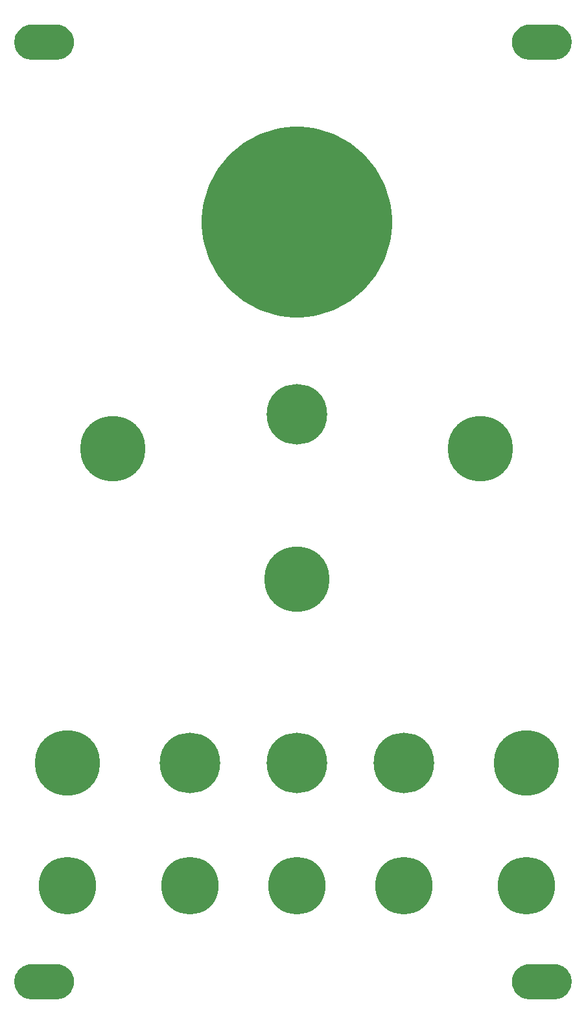
<source format=gbs>
G04 #@! TF.GenerationSoftware,KiCad,Pcbnew,(5.0.0)*
G04 #@! TF.CreationDate,2018-11-17T16:39:48+01:00*
G04 #@! TF.ProjectId,Corona_panel_16hp,436F726F6E615F70616E656C5F313668,1*
G04 #@! TF.SameCoordinates,Original*
G04 #@! TF.FileFunction,Soldermask,Bot*
G04 #@! TF.FilePolarity,Negative*
%FSLAX46Y46*%
G04 Gerber Fmt 4.6, Leading zero omitted, Abs format (unit mm)*
G04 Created by KiCad (PCBNEW (5.0.0)) date 11/17/18 16:39:48*
%MOMM*%
%LPD*%
G01*
G04 APERTURE LIST*
%ADD10C,0.100000*%
%ADD11C,4.600000*%
%ADD12C,7.900000*%
%ADD13C,8.500000*%
%ADD14C,7.500000*%
%ADD15C,24.900000*%
G04 APERTURE END LIST*
D10*
G04 #@! TO.C,MH1*
G36*
X73825439Y-123211074D02*
X74048708Y-123244193D01*
X74267655Y-123299036D01*
X74480172Y-123375076D01*
X74684212Y-123471580D01*
X74877812Y-123587619D01*
X75059105Y-123722075D01*
X75226346Y-123873653D01*
X75377924Y-124040894D01*
X75512380Y-124222187D01*
X75628419Y-124415787D01*
X75724923Y-124619827D01*
X75800963Y-124832344D01*
X75855806Y-125051291D01*
X75888925Y-125274560D01*
X75900000Y-125499999D01*
X75900000Y-125500001D01*
X75888925Y-125725440D01*
X75855806Y-125948709D01*
X75800963Y-126167656D01*
X75724923Y-126380173D01*
X75628419Y-126584213D01*
X75512380Y-126777813D01*
X75377924Y-126959106D01*
X75226346Y-127126347D01*
X75059105Y-127277925D01*
X74877812Y-127412381D01*
X74684212Y-127528420D01*
X74480172Y-127624924D01*
X74267655Y-127700964D01*
X74048708Y-127755807D01*
X73825439Y-127788926D01*
X73600000Y-127800001D01*
X70400000Y-127800001D01*
X70174561Y-127788926D01*
X69951292Y-127755807D01*
X69732345Y-127700964D01*
X69519828Y-127624924D01*
X69315788Y-127528420D01*
X69122188Y-127412381D01*
X68940895Y-127277925D01*
X68773654Y-127126347D01*
X68622076Y-126959106D01*
X68487620Y-126777813D01*
X68371581Y-126584213D01*
X68275077Y-126380173D01*
X68199037Y-126167656D01*
X68144194Y-125948709D01*
X68111075Y-125725440D01*
X68100000Y-125500001D01*
X68100000Y-125499999D01*
X68111075Y-125274560D01*
X68144194Y-125051291D01*
X68199037Y-124832344D01*
X68275077Y-124619827D01*
X68371581Y-124415787D01*
X68487620Y-124222187D01*
X68622076Y-124040894D01*
X68773654Y-123873653D01*
X68940895Y-123722075D01*
X69122188Y-123587619D01*
X69315788Y-123471580D01*
X69519828Y-123375076D01*
X69732345Y-123299036D01*
X69951292Y-123244193D01*
X70174561Y-123211074D01*
X70400000Y-123199999D01*
X73600000Y-123199999D01*
X73825439Y-123211074D01*
X73825439Y-123211074D01*
G37*
D11*
X72000000Y-125500000D03*
G04 #@! TD*
D10*
G04 #@! TO.C,MH1*
G36*
X8825439Y-123211074D02*
X9048708Y-123244193D01*
X9267655Y-123299036D01*
X9480172Y-123375076D01*
X9684212Y-123471580D01*
X9877812Y-123587619D01*
X10059105Y-123722075D01*
X10226346Y-123873653D01*
X10377924Y-124040894D01*
X10512380Y-124222187D01*
X10628419Y-124415787D01*
X10724923Y-124619827D01*
X10800963Y-124832344D01*
X10855806Y-125051291D01*
X10888925Y-125274560D01*
X10900000Y-125499999D01*
X10900000Y-125500001D01*
X10888925Y-125725440D01*
X10855806Y-125948709D01*
X10800963Y-126167656D01*
X10724923Y-126380173D01*
X10628419Y-126584213D01*
X10512380Y-126777813D01*
X10377924Y-126959106D01*
X10226346Y-127126347D01*
X10059105Y-127277925D01*
X9877812Y-127412381D01*
X9684212Y-127528420D01*
X9480172Y-127624924D01*
X9267655Y-127700964D01*
X9048708Y-127755807D01*
X8825439Y-127788926D01*
X8600000Y-127800001D01*
X5400000Y-127800001D01*
X5174561Y-127788926D01*
X4951292Y-127755807D01*
X4732345Y-127700964D01*
X4519828Y-127624924D01*
X4315788Y-127528420D01*
X4122188Y-127412381D01*
X3940895Y-127277925D01*
X3773654Y-127126347D01*
X3622076Y-126959106D01*
X3487620Y-126777813D01*
X3371581Y-126584213D01*
X3275077Y-126380173D01*
X3199037Y-126167656D01*
X3144194Y-125948709D01*
X3111075Y-125725440D01*
X3100000Y-125500001D01*
X3100000Y-125499999D01*
X3111075Y-125274560D01*
X3144194Y-125051291D01*
X3199037Y-124832344D01*
X3275077Y-124619827D01*
X3371581Y-124415787D01*
X3487620Y-124222187D01*
X3622076Y-124040894D01*
X3773654Y-123873653D01*
X3940895Y-123722075D01*
X4122188Y-123587619D01*
X4315788Y-123471580D01*
X4519828Y-123375076D01*
X4732345Y-123299036D01*
X4951292Y-123244193D01*
X5174561Y-123211074D01*
X5400000Y-123199999D01*
X8600000Y-123199999D01*
X8825439Y-123211074D01*
X8825439Y-123211074D01*
G37*
D11*
X7000000Y-125500000D03*
G04 #@! TD*
D12*
G04 #@! TO.C,MH5*
X54000000Y-97000000D03*
G04 #@! TD*
G04 #@! TO.C,MH5*
X40000000Y-97000000D03*
G04 #@! TD*
G04 #@! TO.C,MH5*
X26000000Y-97000000D03*
G04 #@! TD*
D13*
G04 #@! TO.C,MH6*
X40000000Y-73000000D03*
G04 #@! TD*
D14*
G04 #@! TO.C,MH3*
X26000000Y-113000000D03*
G04 #@! TD*
G04 #@! TO.C,MH3*
X70000000Y-113000000D03*
G04 #@! TD*
G04 #@! TO.C,MH3*
X54000000Y-113000000D03*
G04 #@! TD*
G04 #@! TO.C,MH3*
X40000000Y-113000000D03*
G04 #@! TD*
D13*
G04 #@! TO.C,MH6*
X70000000Y-97000000D03*
G04 #@! TD*
G04 #@! TO.C,MH6*
X10000000Y-97000000D03*
G04 #@! TD*
G04 #@! TO.C,MH6*
X16000000Y-56000000D03*
G04 #@! TD*
D10*
G04 #@! TO.C,MH1*
G36*
X73825439Y-711074D02*
X74048708Y-744193D01*
X74267655Y-799036D01*
X74480172Y-875076D01*
X74684212Y-971580D01*
X74877812Y-1087619D01*
X75059105Y-1222075D01*
X75226346Y-1373653D01*
X75377924Y-1540894D01*
X75512380Y-1722187D01*
X75628419Y-1915787D01*
X75724923Y-2119827D01*
X75800963Y-2332344D01*
X75855806Y-2551291D01*
X75888925Y-2774560D01*
X75900000Y-2999999D01*
X75900000Y-3000001D01*
X75888925Y-3225440D01*
X75855806Y-3448709D01*
X75800963Y-3667656D01*
X75724923Y-3880173D01*
X75628419Y-4084213D01*
X75512380Y-4277813D01*
X75377924Y-4459106D01*
X75226346Y-4626347D01*
X75059105Y-4777925D01*
X74877812Y-4912381D01*
X74684212Y-5028420D01*
X74480172Y-5124924D01*
X74267655Y-5200964D01*
X74048708Y-5255807D01*
X73825439Y-5288926D01*
X73600000Y-5300001D01*
X70400000Y-5300001D01*
X70174561Y-5288926D01*
X69951292Y-5255807D01*
X69732345Y-5200964D01*
X69519828Y-5124924D01*
X69315788Y-5028420D01*
X69122188Y-4912381D01*
X68940895Y-4777925D01*
X68773654Y-4626347D01*
X68622076Y-4459106D01*
X68487620Y-4277813D01*
X68371581Y-4084213D01*
X68275077Y-3880173D01*
X68199037Y-3667656D01*
X68144194Y-3448709D01*
X68111075Y-3225440D01*
X68100000Y-3000001D01*
X68100000Y-2999999D01*
X68111075Y-2774560D01*
X68144194Y-2551291D01*
X68199037Y-2332344D01*
X68275077Y-2119827D01*
X68371581Y-1915787D01*
X68487620Y-1722187D01*
X68622076Y-1540894D01*
X68773654Y-1373653D01*
X68940895Y-1222075D01*
X69122188Y-1087619D01*
X69315788Y-971580D01*
X69519828Y-875076D01*
X69732345Y-799036D01*
X69951292Y-744193D01*
X70174561Y-711074D01*
X70400000Y-699999D01*
X73600000Y-699999D01*
X73825439Y-711074D01*
X73825439Y-711074D01*
G37*
D11*
X72000000Y-3000000D03*
G04 #@! TD*
D10*
G04 #@! TO.C,MH1*
G36*
X8825439Y-711074D02*
X9048708Y-744193D01*
X9267655Y-799036D01*
X9480172Y-875076D01*
X9684212Y-971580D01*
X9877812Y-1087619D01*
X10059105Y-1222075D01*
X10226346Y-1373653D01*
X10377924Y-1540894D01*
X10512380Y-1722187D01*
X10628419Y-1915787D01*
X10724923Y-2119827D01*
X10800963Y-2332344D01*
X10855806Y-2551291D01*
X10888925Y-2774560D01*
X10900000Y-2999999D01*
X10900000Y-3000001D01*
X10888925Y-3225440D01*
X10855806Y-3448709D01*
X10800963Y-3667656D01*
X10724923Y-3880173D01*
X10628419Y-4084213D01*
X10512380Y-4277813D01*
X10377924Y-4459106D01*
X10226346Y-4626347D01*
X10059105Y-4777925D01*
X9877812Y-4912381D01*
X9684212Y-5028420D01*
X9480172Y-5124924D01*
X9267655Y-5200964D01*
X9048708Y-5255807D01*
X8825439Y-5288926D01*
X8600000Y-5300001D01*
X5400000Y-5300001D01*
X5174561Y-5288926D01*
X4951292Y-5255807D01*
X4732345Y-5200964D01*
X4519828Y-5124924D01*
X4315788Y-5028420D01*
X4122188Y-4912381D01*
X3940895Y-4777925D01*
X3773654Y-4626347D01*
X3622076Y-4459106D01*
X3487620Y-4277813D01*
X3371581Y-4084213D01*
X3275077Y-3880173D01*
X3199037Y-3667656D01*
X3144194Y-3448709D01*
X3111075Y-3225440D01*
X3100000Y-3000001D01*
X3100000Y-2999999D01*
X3111075Y-2774560D01*
X3144194Y-2551291D01*
X3199037Y-2332344D01*
X3275077Y-2119827D01*
X3371581Y-1915787D01*
X3487620Y-1722187D01*
X3622076Y-1540894D01*
X3773654Y-1373653D01*
X3940895Y-1222075D01*
X4122188Y-1087619D01*
X4315788Y-971580D01*
X4519828Y-875076D01*
X4732345Y-799036D01*
X4951292Y-744193D01*
X5174561Y-711074D01*
X5400000Y-699999D01*
X8600000Y-699999D01*
X8825439Y-711074D01*
X8825439Y-711074D01*
G37*
D11*
X7000000Y-3000000D03*
G04 #@! TD*
D13*
G04 #@! TO.C,MH6*
X64000000Y-56000000D03*
G04 #@! TD*
D14*
G04 #@! TO.C,MH3*
X10000000Y-113000000D03*
G04 #@! TD*
D12*
G04 #@! TO.C,MH5*
X40000000Y-51500000D03*
G04 #@! TD*
D15*
G04 #@! TO.C,REF\002A\002A*
X40000000Y-26500000D03*
G04 #@! TD*
M02*

</source>
